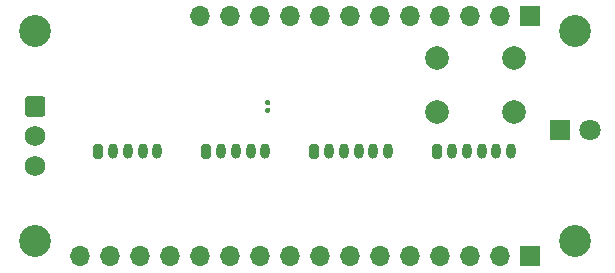
<source format=gbs>
G04 #@! TF.GenerationSoftware,KiCad,Pcbnew,(5.1.10)-1*
G04 #@! TF.CreationDate,2021-09-22T19:22:54-07:00*
G04 #@! TF.ProjectId,HW_IR Featherwing,48575f49-5220-4466-9561-746865727769,rev?*
G04 #@! TF.SameCoordinates,Original*
G04 #@! TF.FileFunction,Soldermask,Bot*
G04 #@! TF.FilePolarity,Negative*
%FSLAX46Y46*%
G04 Gerber Fmt 4.6, Leading zero omitted, Abs format (unit mm)*
G04 Created by KiCad (PCBNEW (5.1.10)-1) date 2021-09-22 19:22:54*
%MOMM*%
%LPD*%
G01*
G04 APERTURE LIST*
%ADD10C,1.740000*%
%ADD11R,1.700000X1.700000*%
%ADD12O,1.700000X1.700000*%
%ADD13O,0.800000X1.300000*%
%ADD14C,2.700000*%
%ADD15R,1.800000X1.800000*%
%ADD16C,1.800000*%
%ADD17C,2.000000*%
G04 APERTURE END LIST*
D10*
X27940000Y-39370000D03*
X27940000Y-36830000D03*
G36*
G01*
X27319999Y-33420000D02*
X28560001Y-33420000D01*
G75*
G02*
X28810000Y-33669999I0J-249999D01*
G01*
X28810000Y-34910001D01*
G75*
G02*
X28560001Y-35160000I-249999J0D01*
G01*
X27319999Y-35160000D01*
G75*
G02*
X27070000Y-34910001I0J249999D01*
G01*
X27070000Y-33669999D01*
G75*
G02*
X27319999Y-33420000I249999J0D01*
G01*
G37*
G36*
G01*
X47525000Y-34380000D02*
X47725000Y-34380000D01*
G75*
G02*
X47825000Y-34480000I0J-100000D01*
G01*
X47825000Y-34740000D01*
G75*
G02*
X47725000Y-34840000I-100000J0D01*
G01*
X47525000Y-34840000D01*
G75*
G02*
X47425000Y-34740000I0J100000D01*
G01*
X47425000Y-34480000D01*
G75*
G02*
X47525000Y-34380000I100000J0D01*
G01*
G37*
G36*
G01*
X47525000Y-33740000D02*
X47725000Y-33740000D01*
G75*
G02*
X47825000Y-33840000I0J-100000D01*
G01*
X47825000Y-34100000D01*
G75*
G02*
X47725000Y-34200000I-100000J0D01*
G01*
X47525000Y-34200000D01*
G75*
G02*
X47425000Y-34100000I0J100000D01*
G01*
X47425000Y-33840000D01*
G75*
G02*
X47525000Y-33740000I100000J0D01*
G01*
G37*
D11*
X69850000Y-26670000D03*
D12*
X67310000Y-26670000D03*
X64770000Y-26670000D03*
X62230000Y-26670000D03*
X59690000Y-26670000D03*
X57150000Y-26670000D03*
X54610000Y-26670000D03*
X52070000Y-26670000D03*
X49530000Y-26670000D03*
X46990000Y-26670000D03*
X44450000Y-26670000D03*
X41910000Y-26670000D03*
D13*
X47418000Y-38100000D03*
X46168000Y-38100000D03*
X44918000Y-38100000D03*
X43668000Y-38100000D03*
G36*
G01*
X42018000Y-38550000D02*
X42018000Y-37650000D01*
G75*
G02*
X42218000Y-37450000I200000J0D01*
G01*
X42618000Y-37450000D01*
G75*
G02*
X42818000Y-37650000I0J-200000D01*
G01*
X42818000Y-38550000D01*
G75*
G02*
X42618000Y-38750000I-200000J0D01*
G01*
X42218000Y-38750000D01*
G75*
G02*
X42018000Y-38550000I0J200000D01*
G01*
G37*
D14*
X73660000Y-27940000D03*
X73660000Y-45720000D03*
X27940000Y-45720000D03*
X27940000Y-27940000D03*
D11*
X69850000Y-46990000D03*
D12*
X67310000Y-46990000D03*
X64770000Y-46990000D03*
X62230000Y-46990000D03*
X59690000Y-46990000D03*
X57150000Y-46990000D03*
X54610000Y-46990000D03*
X52070000Y-46990000D03*
X49530000Y-46990000D03*
X46990000Y-46990000D03*
X44450000Y-46990000D03*
X41910000Y-46990000D03*
X39370000Y-46990000D03*
X36830000Y-46990000D03*
X34290000Y-46990000D03*
X31750000Y-46990000D03*
D15*
X72390000Y-36322000D03*
D16*
X74930000Y-36322000D03*
D17*
X61976000Y-34726000D03*
X61976000Y-30226000D03*
X68476000Y-34726000D03*
X68476000Y-30226000D03*
G36*
G01*
X51162000Y-38550000D02*
X51162000Y-37650000D01*
G75*
G02*
X51362000Y-37450000I200000J0D01*
G01*
X51762000Y-37450000D01*
G75*
G02*
X51962000Y-37650000I0J-200000D01*
G01*
X51962000Y-38550000D01*
G75*
G02*
X51762000Y-38750000I-200000J0D01*
G01*
X51362000Y-38750000D01*
G75*
G02*
X51162000Y-38550000I0J200000D01*
G01*
G37*
D13*
X52812000Y-38100000D03*
X54062000Y-38100000D03*
X55312000Y-38100000D03*
X56562000Y-38100000D03*
X57812000Y-38100000D03*
X68226000Y-38100000D03*
X66976000Y-38100000D03*
X65726000Y-38100000D03*
X64476000Y-38100000D03*
X63226000Y-38100000D03*
G36*
G01*
X61576000Y-38550000D02*
X61576000Y-37650000D01*
G75*
G02*
X61776000Y-37450000I200000J0D01*
G01*
X62176000Y-37450000D01*
G75*
G02*
X62376000Y-37650000I0J-200000D01*
G01*
X62376000Y-38550000D01*
G75*
G02*
X62176000Y-38750000I-200000J0D01*
G01*
X61776000Y-38750000D01*
G75*
G02*
X61576000Y-38550000I0J200000D01*
G01*
G37*
G36*
G01*
X32874000Y-38550000D02*
X32874000Y-37650000D01*
G75*
G02*
X33074000Y-37450000I200000J0D01*
G01*
X33474000Y-37450000D01*
G75*
G02*
X33674000Y-37650000I0J-200000D01*
G01*
X33674000Y-38550000D01*
G75*
G02*
X33474000Y-38750000I-200000J0D01*
G01*
X33074000Y-38750000D01*
G75*
G02*
X32874000Y-38550000I0J200000D01*
G01*
G37*
X34524000Y-38100000D03*
X35774000Y-38100000D03*
X37024000Y-38100000D03*
X38274000Y-38100000D03*
M02*

</source>
